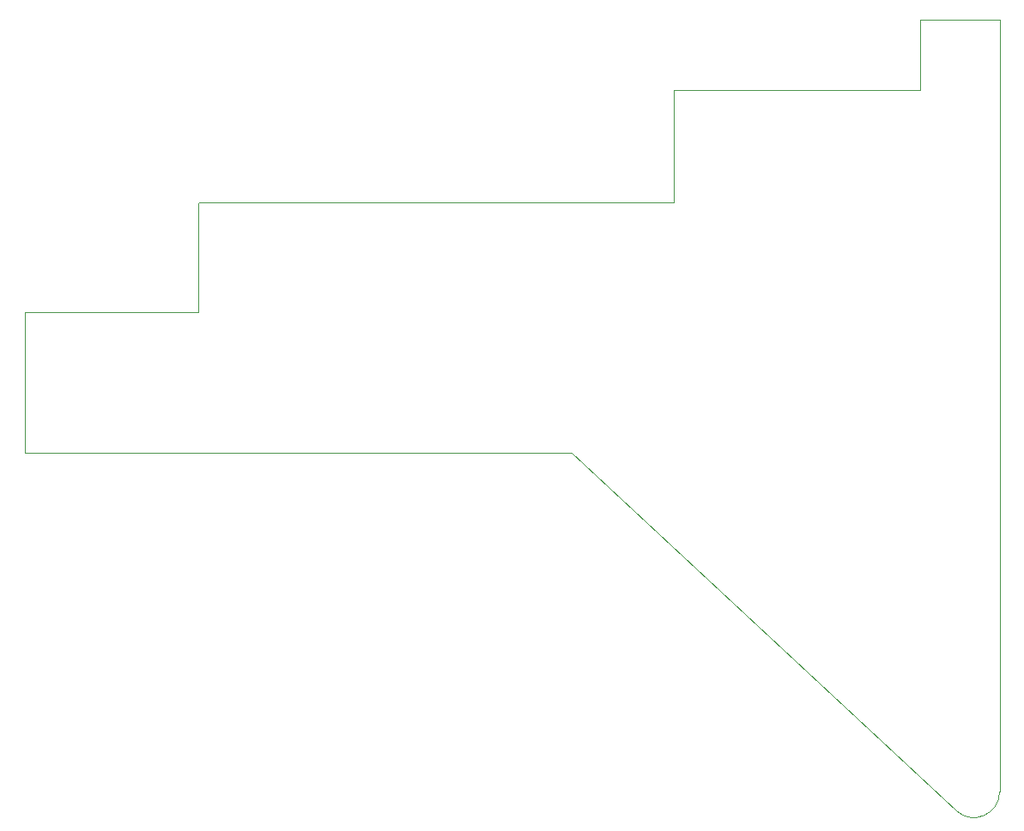
<source format=gbr>
G04 #@! TF.GenerationSoftware,KiCad,Pcbnew,(5.1.5-0-10_14)*
G04 #@! TF.CreationDate,2020-06-21T14:24:42+10:00*
G04 #@! TF.ProjectId,EWI_Left,4557495f-4c65-4667-942e-6b696361645f,-*
G04 #@! TF.SameCoordinates,Original*
G04 #@! TF.FileFunction,Profile,NP*
%FSLAX46Y46*%
G04 Gerber Fmt 4.6, Leading zero omitted, Abs format (unit mm)*
G04 Created by KiCad (PCBNEW (5.1.5-0-10_14)) date 2020-06-21 14:24:42*
%MOMM*%
%LPD*%
G04 APERTURE LIST*
%ADD10C,0.100000*%
G04 APERTURE END LIST*
D10*
X40927350Y-55760000D02*
X58000000Y-55760000D01*
X40927350Y-55760000D02*
X40927350Y-69560778D01*
X58103042Y-44878328D02*
X104935350Y-44878328D01*
X94883628Y-69560778D02*
X132793454Y-104935935D01*
X129200000Y-26860000D02*
X129192350Y-33760000D01*
X137066350Y-103078875D02*
G75*
G02X132793454Y-104935935I-2540000J0D01*
G01*
X104935350Y-44878328D02*
X104930000Y-33760000D01*
X129192350Y-33760000D02*
X104930000Y-33760000D01*
X137066350Y-103078875D02*
X137066350Y-26857028D01*
X137066350Y-26857028D02*
X129200000Y-26860000D01*
X40927350Y-69560778D02*
X94883628Y-69560778D01*
X58103042Y-44878328D02*
X58000000Y-44934211D01*
X58000000Y-55760000D02*
X58000000Y-44934211D01*
M02*

</source>
